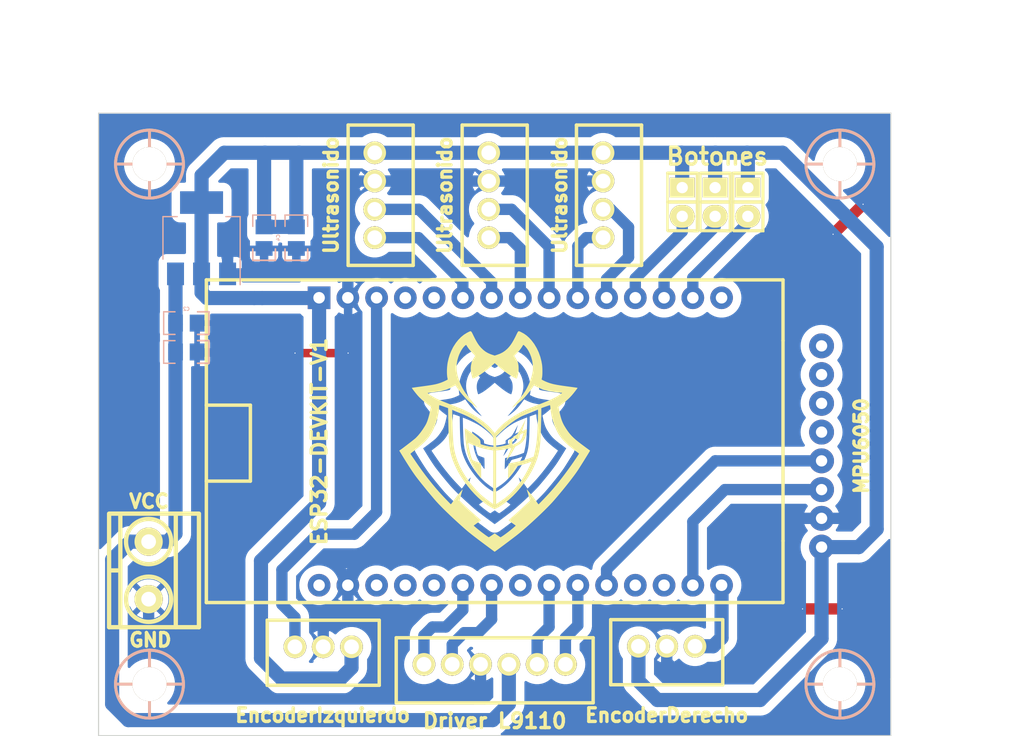
<source format=kicad_pcb>
(kicad_pcb (version 20221018) (generator pcbnew)
  (layers (0 "F.Cu" signal) (31 "B.Cu" signal) (34 "B.Paste" user) (35 "F.Paste" user) (36 "B.SilkS" user "B.Silkscreen") (37 "F.SilkS" user "F.Silkscreen") (38 "B.Mask" user) (39 "F.Mask" user) (44 "Edge.Cuts" user))
  (net 0 "")
  (net 1 "GND")
  (net 2 "+5V")
  (net 3 "/IN4")
  (net 4 "/IN3")
  (net 5 "/IN2")
  (net 6 "/IN1")
  (net 7 "/TRIGG_1")
  (net 8 "/ECCHO_1")
  (net 9 "/TRIGG_2")
  (net 10 "/ECCHO_2")
  (net 11 "/TRIGG_3")
  (net 12 "/ECCHO_3")
  (net 13 "/D0_DER")
  (net 14 "/D0_IZQ")
  (net 16 "/BOTON")
  (net 17 "/BOTON2")
  (net 19 "/SCL")
  (net 22 "/SDA")
  (net 29 "+7.5V")
  (net 34 "/BOTON3")
  (footprint "footprints:JstXH6P" (layer "F.Cu") (at 177 109.225 180)
    (fp_text reference "P7" hide)
    (fp_text value "Driver L9110")
  )
  (footprint "footprints:ESP32-DEVKIT-V1-30Pines" (layer "F.Cu") (at 177 89 90)
    (fp_text reference "U2" hide)
    (fp_text value "ESP32-DEVKIT-V1")
  )
  (footprint "EESTN5:Pin_Header_2" (layer "F.Cu") (at 193.88575 67.84695 -90)
    (fp_text reference "SW1" hide)
    (fp_text value "SW_Push" hide)
  )
  (footprint "EESTN5:BORNERA2_AZUL" (layer "F.Cu") (at 146.42375 100.4 -90)
    (fp_text reference "P6" hide)
    (fp_text value "Bateria" hide)
  )
  (footprint "EESTN5:Pin_Header_2" (layer "F.Cu") (at 199.6854 67.84695 -90)
    (fp_text reference "SW2" hide)
    (fp_text value "SW_Push" hide)
  )
  (footprint "EESTN5:Pin_Header_2" (layer "F.Cu") (at 196.7927 67.84695 -90)
    (fp_text reference "SW3" hide)
    (fp_text value "SW_Push" hide)
  )
  (footprint "EESTN5:hole_3mm" (layer "F.Cu") (at 146.5 110.45)
    (fp_text reference "H4" hide)
    (fp_text value "Mounting_Hole" hide)
  )
  (footprint "footprints:JstXH3P" (layer "F.Cu") (at 192.2 107.625 180)
    (fp_text reference "P4" hide)
    (fp_text value "EncoderDerecho")
  )
  (footprint "footprints:MPU-6050" (layer "F.Cu") (at 205.84 89.44 180)
    (fp_text reference "U3" hide)
    (fp_text value "MPU6050")
  )
  (footprint "footprints:JstXH4P" (layer "F.Cu") (at 187.1 67.25 -90)
    (fp_text reference "P3" hide)
    (fp_text value "Ultrasonido")
  )
  (footprint "footprints:JstXH4P" (layer "F.Cu") (at 166.925 67.25 -90)
    (fp_text reference "P1" hide)
    (fp_text value "Ultrasonido")
  )
  (footprint "EESTN5:hole_3mm" (layer "F.Cu") (at 207.5 64.5)
    (fp_text reference "H2" hide)
    (fp_text value "Mounting_Hole" hide)
  )
  (footprint "footprints:G2_Logo" (layer "F.Cu") (at 177 89)
    (fp_text reference "G***" hide)
    (fp_text value "LOGO" hide)
  )
  (footprint "footprints:G2_LogoSeligrafia20x20" (layer "F.Cu") (at 177 89)
    (fp_text reference "G***" hide)
    (fp_text value "LOGO" hide)
  )
  (footprint "footprints:JstXH4P" (layer "F.Cu") (at 177 67.25 -90)
    (fp_text reference "P2" hide)
    (fp_text value "Ultrasonido")
  )
  (footprint "footprints:JstXH3P" (layer "F.Cu") (at 161.85 107.675 180)
    (fp_text reference "P5" hide)
    (fp_text value "EncoderIzquierdo")
  )
  (footprint "EESTN5:hole_3mm" (layer "F.Cu") (at 146.5 64.5)
    (fp_text reference "H1" hide)
    (fp_text value "Mounting_Hole" hide)
  )
  (footprint "EESTN5:hole_3mm" (layer "F.Cu") (at 207.5 110.45)
    (fp_text reference "H3" hide)
    (fp_text value "Mounting_Hole" hide)
  )
  (footprint "EESTN5:C_0805" (layer "B.Cu") (at 159.475 71.0025 90)
    (fp_text reference "C3" hide)
    (fp_text value "1uF" hide)
  )
  (footprint "EESTN5:C_0805" (layer "B.Cu") (at 149.7525 81.1 180)
    (fp_text reference "C1" hide)
    (fp_text value "1uF" hide)
  )
  (footprint "EESTN5:C_0805" (layer "B.Cu") (at 156.625 71.0025 90)
    (fp_text reference "C4")
    (fp_text value "100nF" hide)
  )
  (footprint "EESTN5:C_0805" (layer "B.Cu") (at 149.7525 78.55 180)
    (fp_text reference "C2")
    (fp_text value "100nF" hide)
  )
  (footprint "footprints:SOT-223-3_TabPin2" (layer "B.Cu") (at 151.1 71.05 90)
    (fp_text reference "U4")
    (fp_text value "AMS1117-5.0")
  )
  (gr_line (start 142 60) (end 212 60) (stroke (width 0.1)) (layer "Edge.Cuts"))
  (gr_line (start 212 60) (end 212 110) (stroke (width 0.1)) (layer "Edge.Cuts"))
  (gr_line (start 212 115) (end 142 115) (stroke (width 0.1)) (layer "Edge.Cuts"))
  (gr_line (start 142 115) (end 142 60) (stroke (width 0.1)) (layer "Edge.Cuts"))
  (gr_line (start 212 110) (end 212 115) (stroke (width 0.1)) (layer "Edge.Cuts"))
  (gr_text "VCC\n" (at 144.55 95) (layer "F.SilkS") (effects (font (size 1.2 1.2) (thickness 0.3) bold) (justify left bottom)))
  (gr_text "GND\n" (at 144.55 107.25) (layer "F.SilkS") (effects (font (size 1.2 1.2) (thickness 0.3) bold) (justify left bottom)))
  (gr_text "Botones\n" (at 192 64.7) (layer "F.SilkS") (effects (font (size 1.5 1.5) (thickness 0.3) bold) (justify left bottom)))
  (segment (start 209.55 68.05) (end 206.9 70.7) (width 1) (layer "F.Cu") (net 1))
  (segment (start 159.36 81.2) (end 164.05 81.2) (width 0.75) (layer "F.Cu") (net 1))
  (segment (start 204.2 103.8) (end 207.7 103.8) (width 1) (layer "F.Cu") (net 1))
  (via (at 207.7 103.8) (size 0.2) (drill 0.1) (layers "F.Cu" "B.Cu") (net 1))
  (via (at 206.9 70.7) (size 0.2) (drill 0.1) (layers "F.Cu" "B.Cu") (net 1))
  (via (at 159.36 81.2) (size 0.2) (drill 0.1) (layers "F.Cu" "B.Cu") (net 1))
  (via (at 164.05 81.2) (size 0.2) (drill 0.1) (layers "F.Cu" "B.Cu") (net 1))
  (via (at 204.2 103.8) (size 0.2) (drill 0.1) (layers "F.Cu" "B.Cu") (net 1))
  (via (at 209.55 68.05) (size 0.2) (drill 0.1) (layers "F.Cu" "B.Cu") (net 1))
  (segment (start 200.9 97.4) (end 202.5 95.8) (width 1) (layer "B.Cu") (net 1))
  (segment (start 164.025 69.4) (end 164.025 66.975) (width 1) (layer "B.Cu") (net 1))
  (segment (start 164.025 101.125) (end 163.4 100.5) (width 1) (layer "B.Cu") (net 1))
  (segment (start 164.025 103.425) (end 164.025 101.735) (width 1) (layer "B.Cu") (net 1))
  (segment (start 163.975 69.35) (end 164.025 69.4) (width 1) (layer "B.Cu") (net 1))
  (segment (start 164.025 76.335) (end 164.025 74.2) (width 1) (layer "B.Cu") (net 1))
  (segment (start 164.05 81.2) (end 164.05 76.335) (width 0.75) (layer "B.Cu") (net 1))
  (segment (start 151.9 111.75) (end 146.42375 106.27375) (width 1) (layer "B.Cu") (net 1))
  (segment (start 164.025 103.425) (end 164.125 103.425) (width 1) (layer "B.Cu") (net 1))
  (segment (start 168.1 111.75) (end 168.6 111.75) (width 1) (layer "B.Cu") (net 1))
  (segment (start 164.025 74.2) (end 164.025 70) (width 1) (layer "B.Cu") (net 1))
  (segment (start 200.9 107.7) (end 200.9 97.4) (width 1) (layer "B.Cu") (net 1))
  (segment (start 205.88 95.8) (end 208.2 95.8) (width 1) (layer "B.Cu") (net 1))
  (segment (start 165 66) (end 166.4 66) (width 1) (layer "B.Cu") (net 1))
  (segment (start 168.6 111.75) (end 175.15 111.75) (width 1) (layer "B.Cu") (net 1))
  (segment (start 146.42375 106.27375) (end 146.42375 102.94) (width 1) (layer "B.Cu") (net 1))
  (segment (start 164.025 66.975) (end 165 66) (width 1) (layer "B.Cu") (net 1))
  (segment (start 164.025 100.875) (end 164.5 100.4) (width 1) (layer "B.Cu") (net 1))
  (segment (start 164.125 103.425) (end 168.1 107.4) (width 1) (layer "B.Cu") (net 1))
  (segment (start 168.1 107.4) (end 168.1 111.75) (width 1) (layer "B.Cu") (net 1))
  (segment (start 192.2 107.1) (end 192.2 108.5) (width 1) (layer "B.Cu") (net 1))
  (segment (start 153.4 74.2) (end 153.4 72.75) (width 1) (layer "B.Cu") (net 1))
  (segment (start 159.475 74.175) (end 159.5 74.2) (width 0.75) (layer "B.Cu") (net 1))
  (segment (start 164.025 70) (end 164.025 69.4) (width 1) (layer "B.Cu") (net 1))
  (segment (start 197.2 83.02) (end 196.63 83.02) (width 1) (layer "B.Cu") (net 1))
  (segment (start 159.31 81.15) (end 150.755 81.15) (width 0.75) (layer "B.Cu") (net 1))
  (segment (start 175.15 111.75) (end 175.75 111.15) (width 1) (layer "B.Cu") (net 1))
  (segment (start 208.2 95.8) (end 208.4 95.6) (width 1) (layer "B.Cu") (net 1))
  (segment (start 153.35 72.7) (end 153.4 72.75) (width 1) (layer "B.Cu") (net 1))
  (segment (start 193.4 109.7) (end 198.9 109.7) (width 1) (layer "B.Cu") (net 1))
  (segment (start 150.755 81.15) (end 150.705 81.1) (width 0.75) (layer "B.Cu") (net 1))
  (segment (start 156.65 74.2) (end 159.5 74.2) (width 1) (layer "B.Cu") (net 1))
  (segment (start 159.5 74.2) (end 164.025 74.2) (width 1) (layer "B.Cu") (net 1))
  (segment (start 176.475 66) (end 186.575 66) (width 1) (layer "B.Cu") (net 1))
  (segment (start 168.1 111.75) (end 151.9 111.75) (width 1) (layer "B.Cu") (net 1))
  (segment (start 166.4 66) (end 176.475 66) (width 1) (layer "B.Cu") (net 1))
  (segment (start 156.625 74.175) (end 156.65 74.2) (width 0.75) (layer "B.Cu") (net 1))
  (segment (start 161.85 105.6) (end 164.025 103.425) (width 1) (layer "B.Cu") (net 1))
  (segment (start 161.85 107.15) (end 161.85 105.6) (width 1) (layer "B.Cu") (net 1))
  (segment (start 164.025 101.71) (end 164.025 100.875) (width 1) (layer "B.Cu") (net 1))
  (segment (start 156.625 71.955) (end 156.625 74.175) (width 0.75) (layer "B.Cu") (net 1))
  (segment (start 164.025 101.446572) (end 164.025 101.735) (width 1) (layer "B.Cu") (net 1))
  (segment (start 198.9 109.7) (end 200.9 107.7) (width 1) (layer "B.Cu") (net 1))
  (segment (start 175.75 111.15) (end 175.75 108.7) (width 1) (layer "B.Cu") (net 1))
  (segment (start 159.475 71.955) (end 159.475 74.175) (width 0.75) (layer "B.Cu") (net 1))
  (segment (start 153.4 74.2) (end 156.65 74.2) (width 1) (layer "B.Cu") (net 1))
  (segment (start 202.5 95.8) (end 205.88 95.8) (width 1) (layer "B.Cu") (net 1))
  (segment (start 164.025 101.125) (end 164.025 101.71) (width 1) (layer "B.Cu") (net 1))
  (segment (start 192.2 108.5) (end 193.4 109.7) (width 1) (layer "B.Cu") (net 1))
  (segment (start 159.36 81.2) (end 159.31 81.15) (width 0.75) (layer "B.Cu") (net 1))
  (segment (start 164.05 76.335) (end 164.025 76.31) (width 0.75) (layer "B.Cu") (net 1))
  (segment (start 166.4 63.5) (end 176.475 63.5) (width 1.25) (layer "B.Cu") (net 2))
  (segment (start 158.15 109.95) (end 156.35 108.15) (width 1.25) (layer "B.Cu") (net 2))
  (segment (start 151.1 74.2) (end 151.1 75.85) (width 1.25) (layer "B.Cu") (net 2))
  (segment (start 164.35 107.15) (end 164.35 109) (width 1.25) (layer "B.Cu") (net 2))
  (segment (start 196.4752 66.57695) (end 196.4752 63.5248) (width 1.25) (layer "B.Cu") (net 2))
  (segment (start 155.75 76.335) (end 151.585 76.335) (width 1.25) (layer "B.Cu") (net 2))
  (segment (start 156.625 63.575) (end 156.7 63.5) (width 1.25) (layer "B.Cu") (net 2))
  (segment (start 196.5 63.5) (end 199.3 63.5) (width 1.25) (layer "B.Cu") (net 2))
  (segment (start 159.7 63.5) (end 166.4 63.5) (width 1.25) (layer "B.Cu") (net 2))
  (segment (start 156.45 76.335) (end 161.485 76.335) (width 1.25) (layer "B.Cu") (net 2))
  (segment (start 210.75 96.75) (end 209.16 98.34) (width 1.25) (layer "B.Cu") (net 2))
  (segment (start 156.35 99.55) (end 161.485 94.415) (width 1.25) (layer "B.Cu") (net 2))
  (segment (start 191.375126 111.85) (end 200.45 111.85) (width 1.25) (layer "B.Cu") (net 2))
  (segment (start 151.1 65.5) (end 153.1 63.5) (width 1.25) (layer "B.Cu") (net 2))
  (segment (start 156.7 63.5) (end 159.7 63.5) (width 1.25) (layer "B.Cu") (net 2))
  (segment (start 202.434136 63.5) (end 210.75 71.815864) (width 1.25) (layer "B.Cu") (net 2))
  (segment (start 159.475 63.725) (end 159.7 63.5) (width 1.25) (layer "B.Cu") (net 2))
  (segment (start 164.35 109) (end 163.4 109.95) (width 1.25) (layer "B.Cu") (net 2))
  (segment (start 193.56825 63.56825) (end 193.5 63.5) (width 1.25) (layer "B.Cu") (net 2))
  (segment (start 189.7 107.1) (end 189.7 110.174874) (width 1.25) (layer "B.Cu") (net 2))
  (segment (start 156.35 108.15) (end 156.35 99.55) (width 1.25) (layer "B.Cu") (net 2))
  (segment (start 209.16 98.34) (end 205.88 98.34) (width 1.25) (layer "B.Cu") (net 2))
  (segment (start 186.575 63.5) (end 193.5 63.5) (width 1.25) (layer "B.Cu") (net 2))
  (segment (start 199.3679 66.57695) (end 199.3679 63.5679) (width 1.25) (layer "B.Cu") (net 2))
  (segment (start 210.75 71.815864) (end 210.75 96.75) (width 1.25) (layer "B.Cu") (net 2))
  (segment (start 161.485 94.415) (end 161.485 76.335) (width 1.25) (layer "B.Cu") (net 2))
  (segment (start 163.4 109.95) (end 158.15 109.95) (width 1.25) (layer "B.Cu") (net 2))
  (segment (start 176.475 63.5) (end 186.575 63.5) (width 1.25) (layer "B.Cu") (net 2))
  (segment (start 200.45 111.85) (end 205.88 106.42) (width 1.25) (layer "B.Cu") (net 2))
  (segment (start 199.3 63.5) (end 202.434136 63.5) (width 1.25) (layer "B.Cu") (net 2))
  (segment (start 193.56825 66.57695) (end 193.56825 63.56825) (width 1.25) (layer "B.Cu") (net 2))
  (segment (start 151.1 67.9) (end 151.1 74.2) (width 1.25) (layer "B.Cu") (net 2))
  (segment (start 156.625 70.05) (end 156.625 63.575) (width 1.25) (layer "B.Cu") (net 2))
  (segment (start 196.4752 63.5248) (end 196.5 63.5) (width 1.25) (layer "B.Cu") (net 2))
  (segment (start 199.3679 63.5679) (end 199.3 63.5) (width 1.25) (layer "B.Cu") (net 2))
  (segment (start 151.1 75.85) (end 151.585 76.335) (width 1.25) (layer "B.Cu") (net 2))
  (segment (start 153.1 63.5) (end 156.7 63.5) (width 1.25) (layer "B.Cu") (net 2))
  (segment (start 151.1 67.9) (end 151.1 65.5) (width 1.25) (layer "B.Cu") (net 2))
  (segment (start 205.88 106.42) (end 205.88 98.34) (width 1.25) (layer "B.Cu") (net 2))
  (segment (start 193.5 63.5) (end 196.5 63.5) (width 1.25) (layer "B.Cu") (net 2))
  (segment (start 189.7 110.174874) (end 191.375126 111.85) (width 1.25) (layer "B.Cu") (net 2))
  (segment (start 159.475 70.05) (end 156.625 70.05) (width 1.25) (layer "B.Cu") (net 2))
  (segment (start 159.475 70.05) (end 159.475 63.725) (width 1.25) (layer "B.Cu") (net 2))
  (segment (start 156.45 76.335) (end 155.75 76.335) (width 1.25) (layer "B.Cu") (net 2))
  (segment (start 174.185 103.89368) (end 174.185 102.2) (width 1) (layer "B.Cu") (net 3))
  (segment (start 170.75 106.15) (end 171.5 105.4) (width 1) (layer "B.Cu") (net 3))
  (segment (start 172.67868 105.4) (end 174.185 103.89368) (width 1) (layer "B.Cu") (net 3))
  (segment (start 171.5 105.4) (end 172.67868 105.4) (width 1) (layer "B.Cu") (net 3))
  (segment (start 170.75 108.7) (end 170.75 106.15) (width 1) (layer "B.Cu") (net 3))
  (segment (start 176.725 104.725) (end 176.725 102.2) (width 1) (layer "B.Cu") (net 4))
  (segment (start 173.25 108.7) (end 173.25 106.95) (width 1) (layer "B.Cu") (net 4))
  (segment (start 175.55 105.9) (end 176.725 104.725) (width 1) (layer "B.Cu") (net 4))
  (segment (start 174.3 105.9) (end 175.55 105.9) (width 1) (layer "B.Cu") (net 4))
  (segment (start 173.25 106.95) (end 174.3 105.9) (width 1) (layer "B.Cu") (net 4))
  (segment (start 181.805 105.395) (end 181.805 102.2) (width 1) (layer "B.Cu") (net 5))
  (segment (start 180.75 106.45) (end 181.805 105.395) (width 1) (layer "B.Cu") (net 5))
  (segment (start 180.75 108.7) (end 180.75 106.45) (width 1) (layer "B.Cu") (net 5))
  (segment (start 184.345 105.255) (end 184.345 102.2) (width 1) (layer "B.Cu") (net 6))
  (segment (start 183.25 106.35) (end 184.345 105.255) (width 1) (layer "B.Cu") (net 6))
  (segment (start 183.25 108.7) (end 183.25 106.35) (width 1) (layer "B.Cu") (net 6))
  (segment (start 170.264213 71) (end 174.185 74.920787) (width 1) (layer "B.Cu") (net 7))
  (segment (start 174.185 74.920787) (end 174.185 76.335) (width 1) (layer "B.Cu") (net 7))
  (segment (start 166.4 71) (end 170.264213 71) (width 1) (layer "B.Cu") (net 7))
  (segment (start 170.304213 68.5) (end 176.725 74.920787) (width 1) (layer "B.Cu") (net 8))
  (segment (start 166.4 68.5) (end 170.304213 68.5) (width 1) (layer "B.Cu") (net 8))
  (segment (start 176.725 74.920787) (end 176.725 76.335) (width 1) (layer "B.Cu") (net 8))
  (segment (start 179.265 71.965) (end 178.3 71) (width 1) (layer "B.Cu") (net 9))
  (segment (start 178.3 71) (end 176.475 71) (width 1) (layer "B.Cu") (net 9))
  (segment (start 179.265 76.335) (end 179.265 71.965) (width 1) (layer "B.Cu") (net 9))
  (segment (start 181.805 71.805) (end 181.805 76.335) (width 1) (layer "B.Cu") (net 10))
  (segment (start 178.5 68.5) (end 181.805 71.805) (width 1) (layer "B.Cu") (net 10))
  (segment (start 176.475 68.5) (end 178.5 68.5) (width 1) (layer "B.Cu") (net 10))
  (segment (start 184.345 71.755) (end 185.1 71) (width 1) (layer "B.Cu") (net 11))
  (segment (start 185.1 71) (end 186.575 71) (width 1) (layer "B.Cu") (net 11))
  (segment (start 184.345 76.335) (end 184.345 71.755) (width 1) (layer "B.Cu") (net 11))
  (segment (start 186.575 68.5) (end 187.256981 68.5) (width 1) (layer "B.Cu") (net 12))
  (segment (start 187.256981 68.5) (end 188.825 70.068019) (width 1) (layer "B.Cu") (net 12))
  (segment (start 188.825 72.725252) (end 186.885 74.665252) (width 1) (layer "B.Cu") (net 12))
  (segment (start 186.885 74.665252) (end 186.885 76.335) (width 1) (layer "B.Cu") (net 12))
  (segment (start 188.825 70.068019) (end 188.825 72.725252) (width 1) (layer "B.Cu") (net 12))
  (segment (start 197.045 106.355) (end 197.045 101.735) (width 1.25) (layer "B.Cu") (net 13))
  (segment (start 196.3 107.1) (end 197.045 106.355) (width 1.25) (layer "B.Cu") (net 13))
  (segment (start 194.7 107.1) (end 196.3 107.1) (width 1.25) (layer "B.Cu") (net 13))
  (segment (start 158.2 103.4) (end 159.35 104.55) (width 1) (layer "B.Cu") (net 14))
  (segment (start 158.2 100.35165) (end 158.2 103.4) (width 1) (layer "B.Cu") (net 14))
  (segment (start 166.565 95.235) (end 164.6 97.2) (width 1) (layer "B.Cu") (net 14))
  (segment (start 161.35165 97.2) (end 158.2 100.35165) (width 1) (layer "B.Cu") (net 14))
  (segment (start 159.35 104.55) (end 159.35 107.15) (width 1) (layer "B.Cu") (net 14))
  (segment (start 166.565 76.31) (end 166.565 95.235) (width 1) (layer "B.Cu") (net 14))
  (segment (start 164.6 97.2) (end 161.35165 97.2) (width 1) (layer "B.Cu") (net 14))
  (segment (start 194.505 74.544748) (end 199.3679 69.681848) (width 1) (layer "B.Cu") (net 16))
  (segment (start 199.3679 69.681848) (end 199.3679 69.11695) (width 1) (layer "B.Cu") (net 16))
  (segment (start 194.505 76.335) (end 194.505 74.544748) (width 1) (layer "B.Cu") (net 16))
  (segment (start 196.4752 70.0248) (end 196.4752 69.11695) (width 1) (layer "B.Cu") (net 17))
  (segment (start 191.965 76.335) (end 191.965 74.535) (width 1) (layer "B.Cu") (net 17))
  (segment (start 191.965 74.535) (end 196.4752 70.0248) (width 1) (layer "B.Cu") (net 17))
  (segment (start 194.505 101.735) (end 194.505 96.095) (width 1) (layer "B.Cu") (net 19))
  (segment (start 194.505 96.095) (end 197.34 93.26) (width 1) (layer "B.Cu") (net 19))
  (segment (start 197.34 93.26) (end 205.88 93.26) (width 1) (layer "B.Cu") (net 19))
  (segment (start 186.885 100.320787) (end 186.885 101.735) (width 1) (layer "B.Cu") (net 22))
  (segment (start 196.485787 90.72) (end 186.885 100.320787) (width 1) (layer "B.Cu") (net 22))
  (segment (start 205.88 90.72) (end 196.485787 90.72) (width 1) (layer "B.Cu") (net 22))
  (segment (start 176.825 113.625) (end 144.625 113.625) (width 1.25) (layer "B.Cu") (net 29))
  (segment (start 178.25 108.7) (end 178.25 112.2) (width 1.25) (layer "B.Cu") (net 29))
  (segment (start 148.8 81.15) (end 148.8 78.65) (width 1.25) (layer "B.Cu") (net 29))
  (segment (start 148.8 78.65) (end 148.8 74.2) (width 1.25) (layer "B.Cu") (net 29))
  (segment (start 148.09 97.86) (end 148.8 97.15) (width 1.25) (layer "B.Cu") (net 29))
  (segment (start 178.25 112.2) (end 176.825 113.625) (width 1.25) (layer "B.Cu") (net 29))
  (segment (start 143.2 99.45) (end 144.79 97.86) (width 1.25) (layer "B.Cu") (net 29))
  (segment (start 144.79 97.86) (end 146.42375 97.86) (width 1.25) (layer "B.Cu") (net 29))
  (segment (start 148.8 97.15) (end 148.8 81.15) (width 1.25) (layer "B.Cu") (net 29))
  (segment (start 146.42375 97.86) (end 148.09 97.86) (width 1.25) (layer "B.Cu") (net 29))
  (segment (start 144.625 113.625) (end 143.2 112.2) (width 1.25) (layer "B.Cu") (net 29))
  (segment (start 143.2 112.2) (end 143.2 99.45) (width 1.25) (layer "B.Cu") (net 29))
  (segment (start 193.56825 70.456876) (end 189.425 74.600126) (width 1) (layer "B.Cu") (net 34))
  (segment (start 189.425 76.335) (end 189.425 74.600126) (width 1) (layer "B.Cu") (net 34))
  (segment (start 193.56825 69.11695) (end 193.56825 70.456876) (width 1) (layer "B.Cu") (net 34))
  (zone (net 1) (net_name "GND") (layer "B.Cu") (connect_pads (clearance 0.75)) (min_thickness 0.25) (fill yes (thermal_gap 0.5) (thermal_bridge_width 0.5))
    (polygon (pts (xy 142 60) (xy 212 60) (xy 212 115) (xy 142 115)))
  )
)
</source>
